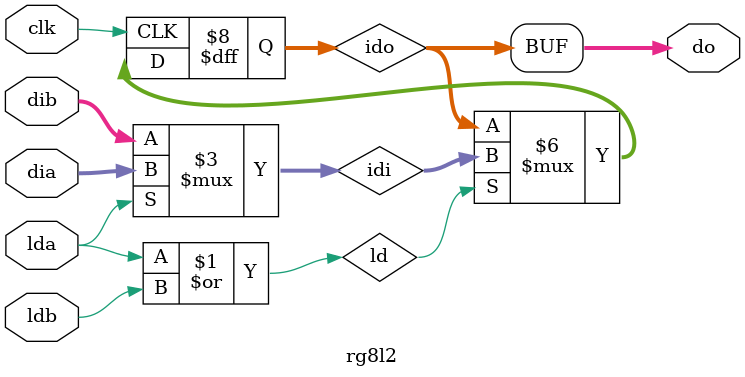
<source format=v>
`timescale 1 ns / 1 ns // timescale for following modules

module rg8l2 (dia,
   dib,
   lda,
   ldb,
   do,
   clk);
input   [7:0] dia; //  Data input

input   [7:0] dib; //  Data input

input   lda; //  load a

input   ldb; //  load b

output  [7:0] do; //  Data output

input   clk; //  clock input

wire    [7:0] do; 
reg     [7:0] ido; 
wire    [7:0] idi; 
wire    ld; 
// --------------------------------------------
assign do = ido; 
//  Buffer data output
assign ld = lda | ldb; 
// ---------------------------------------------------------------------------
// 
//      Process: ff1
//  Description: This process implements d-flip flops.
// 
// ---------------------------------------------------------------------------
assign idi = lda == 1'b 1 ? dia : 
	dib; 
always @(posedge clk)
   begin : ff1
   if (ld == 1'b 1)
      begin
      ido <= idi;
      end
   end

endmodule // module rg8l2


</source>
